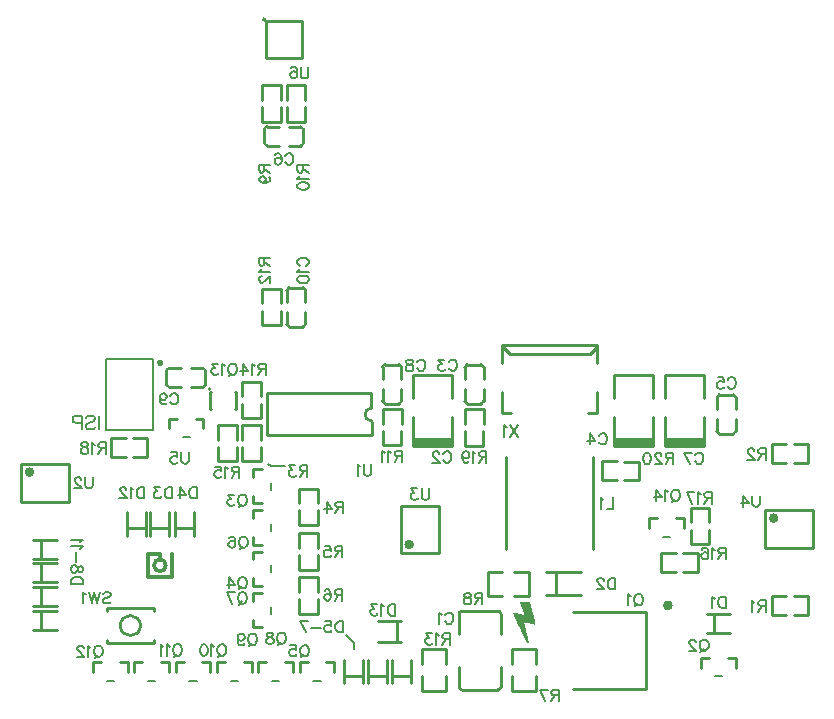
<source format=gbo>
G04 Layer: BottomSilkLayer*
G04 EasyEDA v6.4.5, 2020-08-30T10:48:13+03:00*
G04 413a31d708cc4da382682e4194c4ac02,19ad15c176e44a5d96a851d9d78d95a1,10*
G04 Gerber Generator version 0.2*
G04 Scale: 100 percent, Rotated: No, Reflected: No *
G04 Dimensions in millimeters *
G04 leading zeros omitted , absolute positions ,3 integer and 3 decimal *
%FSLAX33Y33*%
%MOMM*%
G90*
G71D02*

%ADD11C,0.200000*%
%ADD12C,0.250012*%
%ADD26C,0.299999*%
%ADD28C,0.399999*%
%ADD51C,0.254000*%
%ADD53C,0.203200*%
%ADD54C,0.127000*%
%ADD55C,0.151994*%
%ADD56C,0.152400*%

%LPD*%

%LPD*%
G36*
G01X44045Y9093D02*
G01X43948Y9094D01*
G01X43841Y9093D01*
G01X43755Y9093D01*
G01X43688Y9091D01*
G01X43636Y9089D01*
G01X43598Y9086D01*
G01X43571Y9082D01*
G01X43552Y9077D01*
G01X43540Y9070D01*
G01X43527Y9059D01*
G01X43516Y9046D01*
G01X43509Y9032D01*
G01X43506Y9019D01*
G01X43510Y9004D01*
G01X43521Y8970D01*
G01X43537Y8920D01*
G01X43559Y8856D01*
G01X43586Y8780D01*
G01X43617Y8695D01*
G01X43651Y8602D01*
G01X43723Y8404D01*
G01X43757Y8312D01*
G01X43787Y8229D01*
G01X43812Y8155D01*
G01X43833Y8094D01*
G01X43849Y8048D01*
G01X43858Y8017D01*
G01X43860Y8006D01*
G01X43850Y8006D01*
G01X43825Y8010D01*
G01X43787Y8018D01*
G01X43737Y8029D01*
G01X43678Y8043D01*
G01X43609Y8059D01*
G01X43535Y8077D01*
G01X43455Y8097D01*
G01X43374Y8117D01*
G01X43297Y8135D01*
G01X43226Y8152D01*
G01X43163Y8167D01*
G01X43108Y8179D01*
G01X43065Y8188D01*
G01X43034Y8194D01*
G01X43018Y8196D01*
G01X42983Y8189D01*
G01X42953Y8172D01*
G01X42931Y8148D01*
G01X42923Y8121D01*
G01X42925Y8115D01*
G01X42930Y8101D01*
G01X42940Y8079D01*
G01X42952Y8050D01*
G01X42968Y8014D01*
G01X42987Y7972D01*
G01X43009Y7923D01*
G01X43034Y7868D01*
G01X43062Y7807D01*
G01X43092Y7741D01*
G01X43124Y7671D01*
G01X43159Y7595D01*
G01X43196Y7515D01*
G01X43234Y7431D01*
G01X43275Y7344D01*
G01X43317Y7253D01*
G01X43360Y7159D01*
G01X43405Y7063D01*
G01X43451Y6964D01*
G01X43498Y6863D01*
G01X43550Y6751D01*
G01X43600Y6645D01*
G01X43647Y6545D01*
G01X43691Y6450D01*
G01X43733Y6362D01*
G01X43771Y6279D01*
G01X43808Y6202D01*
G01X43842Y6131D01*
G01X43874Y6064D01*
G01X43903Y6003D01*
G01X43930Y5947D01*
G01X43955Y5895D01*
G01X43978Y5849D01*
G01X43998Y5807D01*
G01X44017Y5769D01*
G01X44034Y5736D01*
G01X44049Y5707D01*
G01X44062Y5682D01*
G01X44074Y5661D01*
G01X44084Y5643D01*
G01X44092Y5630D01*
G01X44099Y5620D01*
G01X44105Y5613D01*
G01X44109Y5609D01*
G01X44145Y5597D01*
G01X44183Y5599D01*
G01X44216Y5613D01*
G01X44240Y5638D01*
G01X44241Y5645D01*
G01X44242Y5655D01*
G01X44241Y5670D01*
G01X44239Y5690D01*
G01X44235Y5715D01*
G01X44229Y5747D01*
G01X44221Y5785D01*
G01X44212Y5830D01*
G01X44200Y5882D01*
G01X44186Y5943D01*
G01X44170Y6012D01*
G01X44152Y6090D01*
G01X44131Y6178D01*
G01X44108Y6275D01*
G01X44081Y6383D01*
G01X44052Y6502D01*
G01X44032Y6587D01*
G01X44011Y6670D01*
G01X43992Y6751D01*
G01X43973Y6828D01*
G01X43955Y6902D01*
G01X43938Y6973D01*
G01X43921Y7039D01*
G01X43906Y7100D01*
G01X43893Y7156D01*
G01X43880Y7207D01*
G01X43869Y7251D01*
G01X43860Y7289D01*
G01X43853Y7321D01*
G01X43847Y7344D01*
G01X43841Y7368D01*
G01X43840Y7377D01*
G01X43847Y7383D01*
G01X43865Y7384D01*
G01X43898Y7379D01*
G01X43952Y7368D01*
G01X44030Y7350D01*
G01X44136Y7324D01*
G01X44276Y7290D01*
G01X44403Y7258D01*
G01X44504Y7234D01*
G01X44584Y7215D01*
G01X44644Y7203D01*
G01X44689Y7195D01*
G01X44720Y7192D01*
G01X44742Y7193D01*
G01X44756Y7197D01*
G01X44771Y7206D01*
G01X44785Y7218D01*
G01X44795Y7231D01*
G01X44801Y7245D01*
G01X44801Y7257D01*
G01X44798Y7281D01*
G01X44782Y7361D01*
G01X44770Y7416D01*
G01X44756Y7479D01*
G01X44740Y7549D01*
G01X44723Y7626D01*
G01X44703Y7708D01*
G01X44683Y7795D01*
G01X44661Y7886D01*
G01X44638Y7979D01*
G01X44615Y8074D01*
G01X44592Y8170D01*
G01X44568Y8266D01*
G01X44544Y8361D01*
G01X44521Y8454D01*
G01X44498Y8544D01*
G01X44476Y8630D01*
G01X44455Y8711D01*
G01X44435Y8786D01*
G01X44416Y8855D01*
G01X44400Y8916D01*
G01X44385Y8969D01*
G01X44372Y9012D01*
G01X44362Y9044D01*
G01X44354Y9066D01*
G01X44349Y9075D01*
G01X44338Y9079D01*
G01X44318Y9084D01*
G01X44288Y9087D01*
G01X44247Y9089D01*
G01X44193Y9091D01*
G01X44126Y9093D01*
G01X44045Y9093D01*
G37*

%LPD*%
G54D11*
G01X23619Y20610D02*
G01X22399Y20610D01*
G01X22189Y20819D01*
G01X29399Y5150D02*
G01X29399Y5650D01*
G01X28749Y6300D01*
G54D26*
G01X12999Y12700D02*
G01X12999Y13200D01*
G01X11999Y13200D01*
G01X11999Y11200D01*
G01X13999Y11200D01*
G01X13999Y13200D01*
G54D11*
G01X8400Y29700D02*
G01X12400Y29700D01*
G01X12400Y23700D01*
G01X8400Y23700D01*
G01X8400Y29700D01*
G54D12*
G01X17332Y26849D02*
G01X17249Y26849D01*
G01X17249Y26849D02*
G01X17249Y25449D01*
G01X17332Y25449D02*
G01X17249Y25449D01*
G01X19367Y26849D02*
G01X19449Y26849D01*
G01X19449Y26849D02*
G01X19449Y25449D01*
G01X19449Y25449D02*
G01X19367Y25449D01*
G54D51*
G01X8499Y5650D02*
G01X12499Y5650D01*
G01X8499Y8550D02*
G01X12499Y8550D01*
G01X8499Y5650D02*
G01X8499Y5868D01*
G01X8499Y8331D02*
G01X8499Y8550D01*
G01X12499Y5650D02*
G01X12499Y5868D01*
G01X12499Y8331D02*
G01X12499Y8550D01*
G01X59525Y13979D02*
G01X57925Y13979D01*
G01X57930Y15830D02*
G01X57930Y17080D01*
G01X59530Y15830D02*
G01X59530Y17080D01*
G01X57925Y15229D02*
G01X57925Y13979D01*
G01X59525Y15229D02*
G01X59525Y13979D01*
G01X59530Y17080D02*
G01X57930Y17080D01*
G01X55449Y11649D02*
G01X55449Y13250D01*
G01X57300Y13244D02*
G01X58550Y13244D01*
G01X57300Y11644D02*
G01X58550Y11644D01*
G01X56699Y13250D02*
G01X55449Y13250D01*
G01X56699Y11649D02*
G01X55449Y11649D01*
G01X58550Y11644D02*
G01X58550Y13244D01*
G01X21675Y35625D02*
G01X23275Y35625D01*
G01X23269Y33774D02*
G01X23269Y32524D01*
G01X21669Y33774D02*
G01X21669Y32524D01*
G01X23275Y34374D02*
G01X23275Y35625D01*
G01X21675Y34374D02*
G01X21675Y35625D01*
G01X21669Y32524D02*
G01X23269Y32524D01*
G01X21950Y58298D02*
G01X21950Y55198D01*
G01X25050Y55198D02*
G01X21951Y55198D01*
G01X25049Y58298D02*
G01X21950Y58298D01*
G01X25050Y55199D02*
G01X25050Y58298D01*
G01X14424Y24625D02*
G01X13764Y24625D01*
G01X14424Y24625D01*
G01X13764Y24625D01*
G01X13764Y23810D01*
G01X16684Y23810D02*
G01X16684Y24625D01*
G01X16024Y24625D01*
G54D11*
G01X15524Y23075D02*
G01X14924Y23075D01*
G54D51*
G01X42300Y21400D02*
G01X42300Y13600D01*
G01X49700Y21400D02*
G01X49700Y13600D01*
G01X19975Y24100D02*
G01X21575Y24100D01*
G01X21570Y22249D02*
G01X21570Y20999D01*
G01X19970Y22249D02*
G01X19970Y20999D01*
G01X21575Y22850D02*
G01X21575Y24100D01*
G01X19975Y22850D02*
G01X19975Y24100D01*
G01X19970Y20999D02*
G01X21570Y20999D01*
G01X24799Y18699D02*
G01X26399Y18699D01*
G01X26394Y16849D02*
G01X26394Y15599D01*
G01X24794Y16849D02*
G01X24794Y15599D01*
G01X26399Y17449D02*
G01X26399Y18699D01*
G01X24799Y17449D02*
G01X24799Y18699D01*
G01X24794Y15599D02*
G01X26394Y15599D01*
G01X24798Y14951D02*
G01X26398Y14951D01*
G01X26393Y13100D02*
G01X26393Y11850D01*
G01X24793Y13100D02*
G01X24793Y11850D01*
G01X26398Y13701D02*
G01X26398Y14951D01*
G01X24798Y13701D02*
G01X24798Y14951D01*
G01X24793Y11850D02*
G01X26393Y11850D01*
G01X24798Y11199D02*
G01X26398Y11199D01*
G01X26393Y9348D02*
G01X26393Y8098D01*
G01X24793Y9348D02*
G01X24793Y8098D01*
G01X26398Y9949D02*
G01X26398Y11199D01*
G01X24798Y9949D02*
G01X24798Y11199D01*
G01X24793Y8098D02*
G01X26393Y8098D01*
G01X44818Y2850D02*
G01X44818Y1600D01*
G01X42779Y2850D02*
G01X42779Y1600D01*
G01X44818Y3850D02*
G01X44818Y5100D01*
G01X42779Y3850D02*
G01X42779Y5100D01*
G01X44818Y1600D02*
G01X42779Y1600D01*
G01X44818Y5100D02*
G01X42779Y5100D01*
G01X43001Y11660D02*
G01X44251Y11660D01*
G01X43001Y9620D02*
G01X44251Y9620D01*
G01X42001Y11660D02*
G01X40751Y11660D01*
G01X42001Y9620D02*
G01X40751Y9620D01*
G01X44251Y11660D02*
G01X44251Y9620D01*
G01X40751Y11660D02*
G01X40751Y9620D01*
G01X21674Y52875D02*
G01X23274Y52875D01*
G01X23269Y51025D02*
G01X23269Y49775D01*
G01X21669Y51025D02*
G01X21669Y49775D01*
G01X23274Y51625D02*
G01X23274Y52875D01*
G01X21674Y51625D02*
G01X21674Y52875D01*
G01X21669Y49775D02*
G01X23269Y49775D01*
G01X23724Y52875D02*
G01X25324Y52875D01*
G01X25319Y51025D02*
G01X25319Y49775D01*
G01X23719Y51025D02*
G01X23719Y49775D01*
G01X25324Y51625D02*
G01X25324Y52875D01*
G01X23724Y51625D02*
G01X23724Y52875D01*
G01X23719Y49775D02*
G01X25319Y49775D01*
G01X19924Y27750D02*
G01X21524Y27750D01*
G01X21519Y25899D02*
G01X21519Y24649D01*
G01X19919Y25899D02*
G01X19919Y24649D01*
G01X21524Y26500D02*
G01X21524Y27750D01*
G01X19924Y26500D02*
G01X19924Y27750D01*
G01X19919Y24649D02*
G01X21519Y24649D01*
G01X19500Y21000D02*
G01X17900Y21000D01*
G01X17905Y22850D02*
G01X17905Y24100D01*
G01X19505Y22850D02*
G01X19505Y24100D01*
G01X17900Y22250D02*
G01X17900Y21000D01*
G01X19500Y22250D02*
G01X19500Y21000D01*
G01X19505Y24100D02*
G01X17905Y24100D01*
G01X67900Y22451D02*
G01X67900Y20850D01*
G01X66049Y20856D02*
G01X64799Y20856D01*
G01X66049Y22456D02*
G01X64799Y22456D01*
G01X66650Y20850D02*
G01X67900Y20850D01*
G01X66650Y22451D02*
G01X67900Y22451D01*
G01X64799Y22456D02*
G01X64799Y20856D01*
G01X67900Y9601D02*
G01X67900Y8001D01*
G01X66049Y8006D02*
G01X64799Y8006D01*
G01X66049Y9606D02*
G01X64799Y9606D01*
G01X66650Y8001D02*
G01X67900Y8001D01*
G01X66650Y9601D02*
G01X67900Y9601D01*
G01X64799Y9606D02*
G01X64799Y8006D01*
G01X35179Y3850D02*
G01X35179Y5100D01*
G01X37219Y3850D02*
G01X37219Y5100D01*
G01X35179Y2850D02*
G01X35179Y1600D01*
G01X37219Y2850D02*
G01X37219Y1600D01*
G01X35179Y5100D02*
G01X37219Y5100D01*
G01X35179Y1600D02*
G01X37219Y1600D01*
G01X33249Y29199D02*
G01X32049Y29199D01*
G01X33449Y27150D02*
G01X33449Y26149D01*
G01X31849Y27150D02*
G01X31849Y26149D01*
G01X33449Y27950D02*
G01X33449Y28949D01*
G01X31849Y27950D02*
G01X31849Y28949D01*
G01X33249Y25899D02*
G01X32049Y25899D01*
G01X33449Y26099D02*
G01X33449Y26149D01*
G01X31849Y26099D02*
G01X31849Y26149D01*
G01X33449Y28999D02*
G01X33449Y28949D01*
G01X31849Y28999D02*
G01X31849Y28949D01*
G01X33449Y7500D02*
G01X31449Y7500D01*
G01X33449Y5700D02*
G01X31449Y5700D01*
G01X33087Y7500D02*
G01X33087Y5700D01*
G01X55799Y24804D02*
G01X55799Y22877D01*
G01X59099Y22877D01*
G01X59099Y22343D01*
G01X55799Y22343D01*
G01X55799Y22877D01*
G01X59099Y26404D02*
G01X59099Y28331D01*
G01X55799Y28331D01*
G01X55799Y26404D01*
G01X59099Y24804D02*
G01X59099Y22877D01*
G01X33449Y22350D02*
G01X31849Y22350D01*
G01X31855Y24200D02*
G01X31855Y25450D01*
G01X33455Y24200D02*
G01X33455Y25450D01*
G01X31849Y23600D02*
G01X31849Y22350D01*
G01X33449Y23600D02*
G01X33449Y22350D01*
G01X33455Y25450D02*
G01X31855Y25450D01*
G01X30899Y25508D02*
G01X30899Y26778D01*
G01X22100Y26778D01*
G01X22100Y26778D02*
G01X22100Y23247D01*
G01X22100Y23247D02*
G01X30944Y23247D01*
G01X30944Y24365D01*
G01X54193Y1723D02*
G01X54193Y8276D01*
G01X47995Y1723D02*
G01X54193Y1723D01*
G01X54193Y8276D02*
G01X47995Y8276D01*
G01X13799Y14725D02*
G01X13799Y16725D01*
G01X12199Y14725D02*
G01X12199Y16725D01*
G01X13799Y15373D02*
G01X12199Y15373D01*
G01X15849Y14725D02*
G01X15849Y16725D01*
G01X14249Y14725D02*
G01X14249Y16725D01*
G01X15849Y15373D02*
G01X14249Y15373D01*
G01X34220Y2199D02*
G01X34220Y4199D01*
G01X32620Y2199D02*
G01X32620Y4199D01*
G01X34220Y2848D02*
G01X32620Y2848D01*
G01X32210Y2199D02*
G01X32210Y4199D01*
G01X30610Y2199D02*
G01X30610Y4199D01*
G01X32210Y2848D02*
G01X30610Y2848D01*
G01X30200Y2199D02*
G01X30200Y4199D01*
G01X28600Y2199D02*
G01X28600Y4199D01*
G01X30200Y2848D02*
G01X28600Y2848D01*
G01X2280Y6760D02*
G01X4280Y6760D01*
G01X2280Y8360D02*
G01X4280Y8360D01*
G01X2928Y6760D02*
G01X2928Y8360D01*
G01X2280Y8760D02*
G01X4280Y8760D01*
G01X2280Y10360D02*
G01X4280Y10360D01*
G01X2928Y8760D02*
G01X2928Y10360D01*
G01X2280Y10760D02*
G01X4280Y10760D01*
G01X2280Y12360D02*
G01X4280Y12360D01*
G01X2928Y10760D02*
G01X2928Y12360D01*
G01X2280Y12760D02*
G01X4280Y12760D01*
G01X2280Y14360D02*
G01X4280Y14360D01*
G01X2928Y12760D02*
G01X2928Y14360D01*
G01X11799Y14725D02*
G01X11799Y16725D01*
G01X10199Y14725D02*
G01X10199Y16725D01*
G01X11799Y15373D02*
G01X10199Y15373D01*
G01X42030Y30827D02*
G01X42030Y30727D01*
G01X42620Y30137D01*
G01X49979Y30847D02*
G01X49979Y30727D01*
G01X49389Y30137D01*
G01X49389Y30137D02*
G01X42620Y30137D01*
G01X50000Y30847D02*
G01X42000Y30847D01*
G01X42000Y25087D02*
G01X42762Y25087D01*
G01X49258Y25087D02*
G01X50000Y25087D01*
G01X50000Y25087D02*
G01X50000Y26872D01*
G01X50000Y29342D02*
G01X50000Y30819D01*
G01X42000Y25087D02*
G01X42000Y26872D01*
G01X42000Y29342D02*
G01X42000Y30827D01*
G01X51449Y24804D02*
G01X51449Y22877D01*
G01X54749Y22877D01*
G01X54749Y22343D01*
G01X51449Y22343D01*
G01X51449Y22877D01*
G01X54749Y26404D02*
G01X54749Y28331D01*
G01X51449Y28331D01*
G01X51449Y26404D01*
G01X54749Y24804D02*
G01X54749Y22877D01*
G01X59499Y4350D02*
G01X58839Y4350D01*
G01X59499Y4350D01*
G01X58839Y4350D01*
G01X58839Y3534D01*
G01X61759Y3534D02*
G01X61759Y4350D01*
G01X61099Y4350D01*
G54D11*
G01X60599Y2800D02*
G01X59999Y2800D01*
G54D51*
G01X41600Y8319D02*
G01X38600Y8319D01*
G01X41600Y1679D02*
G01X38600Y1679D01*
G01X38320Y6400D02*
G01X38320Y8099D01*
G01X41880Y6400D02*
G01X41880Y8099D01*
G01X38320Y3600D02*
G01X38320Y1899D01*
G01X41880Y3599D02*
G01X41880Y1899D01*
G01X41660Y8319D02*
G01X41600Y8319D01*
G01X38540Y8319D02*
G01X38600Y8319D01*
G01X41659Y1679D02*
G01X41600Y1679D01*
G01X38540Y1679D02*
G01X38726Y1679D01*
G01X60349Y23349D02*
G01X61549Y23349D01*
G01X60149Y25399D02*
G01X60149Y26399D01*
G01X61749Y25399D02*
G01X61749Y26399D01*
G01X60149Y24599D02*
G01X60149Y23600D01*
G01X61749Y24599D02*
G01X61749Y23600D01*
G01X60349Y26650D02*
G01X61549Y26650D01*
G01X60149Y26450D02*
G01X60149Y26399D01*
G01X61749Y26449D02*
G01X61749Y26399D01*
G01X60149Y23549D02*
G01X60149Y23600D01*
G01X61749Y23550D02*
G01X61749Y23600D01*
G01X1270Y20800D02*
G01X5269Y20800D01*
G01X5269Y17600D01*
G01X1270Y17600D01*
G01X1270Y20800D01*
G01X33399Y13269D02*
G01X33399Y17269D01*
G01X36599Y17269D01*
G01X36599Y13269D01*
G01X33399Y13269D01*
G01X64270Y16900D02*
G01X68270Y16900D01*
G01X68270Y13700D01*
G01X64270Y13700D01*
G01X64270Y16900D01*
G01X59299Y6500D02*
G01X61299Y6500D01*
G01X59299Y8100D02*
G01X61299Y8100D01*
G01X59948Y6500D02*
G01X59948Y8100D01*
G01X21665Y20360D02*
G01X20849Y20360D01*
G01X20849Y19700D01*
G01X20849Y18099D02*
G01X20849Y17440D01*
G01X20849Y18099D01*
G01X20849Y17440D01*
G01X21665Y17440D01*
G54D11*
G01X22399Y19199D02*
G01X22399Y18600D01*
G54D51*
G01X21665Y13359D02*
G01X20849Y13359D01*
G01X20849Y12700D01*
G01X20849Y11099D02*
G01X20849Y10440D01*
G01X20849Y11099D01*
G01X20849Y10440D01*
G01X21665Y10440D01*
G54D11*
G01X22399Y12199D02*
G01X22399Y11600D01*
G54D51*
G01X27759Y3184D02*
G01X27759Y4000D01*
G01X27100Y4000D01*
G01X25499Y4000D02*
G01X24839Y4000D01*
G01X25499Y4000D01*
G01X24839Y4000D01*
G01X24839Y3184D01*
G54D11*
G01X26599Y2450D02*
G01X25999Y2450D01*
G54D51*
G01X21665Y16859D02*
G01X20849Y16859D01*
G01X20849Y16200D01*
G01X20849Y14599D02*
G01X20849Y13940D01*
G01X20849Y14599D01*
G01X20849Y13940D01*
G01X21665Y13940D01*
G54D11*
G01X22399Y15699D02*
G01X22399Y15100D01*
G54D51*
G01X21665Y9860D02*
G01X20849Y9860D01*
G01X20849Y9200D01*
G01X20849Y7599D02*
G01X20849Y6940D01*
G01X20849Y7599D01*
G01X20849Y6940D01*
G01X21665Y6940D01*
G54D11*
G01X22399Y8699D02*
G01X22399Y8100D01*
G54D51*
G01X24259Y3184D02*
G01X24259Y4000D01*
G01X23600Y4000D01*
G01X21999Y4000D02*
G01X21339Y4000D01*
G01X21999Y4000D01*
G01X21339Y4000D01*
G01X21339Y3184D01*
G54D11*
G01X23099Y2450D02*
G01X22500Y2450D01*
G54D51*
G01X20758Y3184D02*
G01X20758Y4000D01*
G01X20099Y4000D01*
G01X18498Y4000D02*
G01X17839Y4000D01*
G01X18498Y4000D01*
G01X17839Y4000D01*
G01X17839Y3184D01*
G54D11*
G01X19598Y2450D02*
G01X18999Y2450D01*
G54D51*
G01X17259Y3184D02*
G01X17259Y4000D01*
G01X16600Y4000D01*
G01X14999Y4000D02*
G01X14340Y4000D01*
G01X14999Y4000D01*
G01X14340Y4000D01*
G01X14340Y3184D01*
G54D11*
G01X16099Y2450D02*
G01X15500Y2450D01*
G54D51*
G01X13759Y3184D02*
G01X13759Y4000D01*
G01X13100Y4000D01*
G01X11499Y4000D02*
G01X10839Y4000D01*
G01X11499Y4000D01*
G01X10839Y4000D01*
G01X10839Y3184D01*
G54D11*
G01X12599Y2450D02*
G01X12000Y2450D01*
G54D51*
G01X10259Y3184D02*
G01X10259Y4000D01*
G01X9600Y4000D01*
G01X7999Y4000D02*
G01X7339Y4000D01*
G01X7999Y4000D01*
G01X7339Y4000D01*
G01X7339Y3184D01*
G54D11*
G01X9099Y2450D02*
G01X8500Y2450D01*
G54D51*
G01X34449Y24804D02*
G01X34449Y22877D01*
G01X37749Y22877D01*
G01X37749Y22343D01*
G01X34449Y22343D01*
G01X34449Y22877D01*
G01X37749Y26404D02*
G01X37749Y28331D01*
G01X34449Y28331D01*
G01X34449Y26404D01*
G01X37749Y24804D02*
G01X37749Y22877D01*
G01X38999Y25899D02*
G01X40199Y25899D01*
G01X38799Y27949D02*
G01X38799Y28949D01*
G01X40399Y27949D02*
G01X40399Y28949D01*
G01X38799Y27149D02*
G01X38799Y26149D01*
G01X40399Y27149D02*
G01X40399Y26149D01*
G01X38999Y29199D02*
G01X40199Y29199D01*
G01X38799Y28999D02*
G01X38799Y28949D01*
G01X40399Y28999D02*
G01X40399Y28949D01*
G01X38799Y26099D02*
G01X38799Y26149D01*
G01X40399Y26099D02*
G01X40399Y26149D01*
G01X21849Y49149D02*
G01X21849Y47949D01*
G01X23899Y49349D02*
G01X24899Y49349D01*
G01X23899Y47749D02*
G01X24899Y47749D01*
G01X23099Y49349D02*
G01X22099Y49349D01*
G01X23099Y47749D02*
G01X22099Y47749D01*
G01X25149Y49149D02*
G01X25149Y47949D01*
G01X24949Y49349D02*
G01X24899Y49349D01*
G01X24949Y47749D02*
G01X24899Y47749D01*
G01X22049Y49349D02*
G01X22099Y49349D01*
G01X22049Y47749D02*
G01X22099Y47749D01*
G01X16849Y27499D02*
G01X16849Y28699D01*
G01X14799Y27299D02*
G01X13799Y27299D01*
G01X14799Y28900D02*
G01X13799Y28900D01*
G01X15600Y27299D02*
G01X16599Y27299D01*
G01X15600Y28900D02*
G01X16599Y28900D01*
G01X13549Y27499D02*
G01X13549Y28699D01*
G01X13749Y27299D02*
G01X13799Y27299D01*
G01X13749Y28900D02*
G01X13799Y28900D01*
G01X16649Y27299D02*
G01X16599Y27299D01*
G01X16649Y28900D02*
G01X16599Y28900D01*
G54D54*
G01X19449Y26849D02*
G01X19449Y25449D01*
G01X17249Y26849D02*
G01X17249Y25449D01*
G01X17249Y25449D02*
G01X17332Y25449D01*
G01X19367Y25449D02*
G01X19449Y25449D01*
G01X17249Y26849D02*
G01X17332Y26849D01*
G01X19367Y26849D02*
G01X19449Y26849D01*
G54D51*
G01X46528Y9650D02*
G01X46528Y11650D01*
G01X45678Y11650D02*
G01X48678Y11650D01*
G01X48678Y9650D02*
G01X45678Y9650D01*
G01X57349Y15354D02*
G01X57349Y16170D01*
G01X56689Y16170D01*
G01X55089Y16170D02*
G01X54429Y16170D01*
G01X55089Y16170D01*
G01X54429Y16170D01*
G01X54429Y15354D01*
G54D11*
G01X56189Y14620D02*
G01X55589Y14620D01*
G54D51*
G01X25125Y35710D02*
G01X23925Y35710D01*
G01X25325Y33660D02*
G01X25325Y32660D01*
G01X23725Y33660D02*
G01X23725Y32660D01*
G01X25325Y34460D02*
G01X25325Y35460D01*
G01X23725Y34460D02*
G01X23725Y35460D01*
G01X25125Y32410D02*
G01X23925Y32410D01*
G01X25325Y32610D02*
G01X25325Y32660D01*
G01X23725Y32610D02*
G01X23725Y32660D01*
G01X25325Y35510D02*
G01X25325Y35460D01*
G01X23725Y35510D02*
G01X23725Y35460D01*
G01X11949Y22950D02*
G01X11949Y21349D01*
G01X10099Y21355D02*
G01X8849Y21355D01*
G01X10099Y22955D02*
G01X8849Y22955D01*
G01X10699Y21349D02*
G01X11949Y21349D01*
G01X10699Y22950D02*
G01X11949Y22950D01*
G01X8849Y22955D02*
G01X8849Y21355D01*
G01X38799Y25449D02*
G01X40399Y25449D01*
G01X40394Y23599D02*
G01X40394Y22349D01*
G01X38794Y23599D02*
G01X38794Y22349D01*
G01X40399Y24199D02*
G01X40399Y25449D01*
G01X38799Y24199D02*
G01X38799Y25449D01*
G01X38794Y22349D02*
G01X40394Y22349D01*
G01X50449Y19399D02*
G01X50449Y21000D01*
G01X52300Y20994D02*
G01X53550Y20994D01*
G01X52300Y19394D02*
G01X53550Y19394D01*
G01X51699Y21000D02*
G01X50449Y21000D01*
G01X51699Y19399D02*
G01X50449Y19399D01*
G01X53550Y19394D02*
G01X53550Y20994D01*
G54D53*
G01X7850Y24860D02*
G01X7850Y23715D01*
G01X6726Y24697D02*
G01X6835Y24806D01*
G01X6999Y24860D01*
G01X7217Y24860D01*
G01X7380Y24806D01*
G01X7490Y24697D01*
G01X7490Y24588D01*
G01X7435Y24479D01*
G01X7380Y24424D01*
G01X7271Y24370D01*
G01X6944Y24260D01*
G01X6835Y24206D01*
G01X6780Y24151D01*
G01X6726Y24042D01*
G01X6726Y23879D01*
G01X6835Y23770D01*
G01X6999Y23715D01*
G01X7217Y23715D01*
G01X7380Y23770D01*
G01X7490Y23879D01*
G01X6366Y24860D02*
G01X6366Y23715D01*
G01X6366Y24860D02*
G01X5875Y24860D01*
G01X5711Y24806D01*
G01X5657Y24751D01*
G01X5602Y24642D01*
G01X5602Y24479D01*
G01X5657Y24370D01*
G01X5711Y24315D01*
G01X5875Y24260D01*
G01X6366Y24260D01*
G54D55*
G01X28499Y7484D02*
G01X28499Y6529D01*
G01X28499Y7484D02*
G01X28181Y7484D01*
G01X28045Y7438D01*
G01X27954Y7347D01*
G01X27909Y7256D01*
G01X27863Y7120D01*
G01X27863Y6893D01*
G01X27909Y6756D01*
G01X27954Y6665D01*
G01X28045Y6575D01*
G01X28181Y6529D01*
G01X28499Y6529D01*
G01X27018Y7484D02*
G01X27472Y7484D01*
G01X27518Y7075D01*
G01X27472Y7120D01*
G01X27336Y7165D01*
G01X27199Y7165D01*
G01X27063Y7120D01*
G01X26972Y7029D01*
G01X26927Y6893D01*
G01X26927Y6802D01*
G01X26972Y6665D01*
G01X27063Y6575D01*
G01X27199Y6529D01*
G01X27336Y6529D01*
G01X27472Y6575D01*
G01X27518Y6620D01*
G01X27563Y6711D01*
G01X26627Y6938D02*
G01X25809Y6938D01*
G01X24872Y7484D02*
G01X25327Y6529D01*
G01X25509Y7484D02*
G01X24872Y7484D01*
G01X6448Y10620D02*
G01X5494Y10620D01*
G01X6448Y10620D02*
G01X6448Y10938D01*
G01X6403Y11074D01*
G01X6312Y11165D01*
G01X6221Y11211D01*
G01X6085Y11256D01*
G01X5858Y11256D01*
G01X5721Y11211D01*
G01X5630Y11165D01*
G01X5539Y11074D01*
G01X5494Y10938D01*
G01X5494Y10620D01*
G01X6448Y11783D02*
G01X6403Y11647D01*
G01X6312Y11601D01*
G01X6221Y11601D01*
G01X6130Y11647D01*
G01X6085Y11738D01*
G01X6039Y11920D01*
G01X5994Y12056D01*
G01X5903Y12147D01*
G01X5812Y12192D01*
G01X5676Y12192D01*
G01X5585Y12147D01*
G01X5539Y12101D01*
G01X5494Y11965D01*
G01X5494Y11783D01*
G01X5539Y11647D01*
G01X5585Y11601D01*
G01X5676Y11556D01*
G01X5812Y11556D01*
G01X5903Y11601D01*
G01X5994Y11692D01*
G01X6039Y11829D01*
G01X6085Y12011D01*
G01X6130Y12101D01*
G01X6221Y12147D01*
G01X6312Y12147D01*
G01X6403Y12101D01*
G01X6448Y11965D01*
G01X6448Y11783D01*
G01X5903Y12492D02*
G01X5903Y13311D01*
G01X6267Y13611D02*
G01X6312Y13701D01*
G01X6448Y13838D01*
G01X5494Y13838D01*
G01X6267Y14138D02*
G01X6312Y14229D01*
G01X6448Y14365D01*
G01X5494Y14365D01*
G54D56*
G01X8213Y9812D02*
G01X8304Y9903D01*
G01X8440Y9949D01*
G01X8622Y9949D01*
G01X8759Y9903D01*
G01X8849Y9812D01*
G01X8849Y9722D01*
G01X8804Y9631D01*
G01X8759Y9585D01*
G01X8668Y9540D01*
G01X8395Y9449D01*
G01X8304Y9403D01*
G01X8259Y9358D01*
G01X8213Y9267D01*
G01X8213Y9131D01*
G01X8304Y9040D01*
G01X8440Y8994D01*
G01X8622Y8994D01*
G01X8759Y9040D01*
G01X8849Y9131D01*
G01X7913Y9949D02*
G01X7686Y8994D01*
G01X7459Y9949D02*
G01X7686Y8994D01*
G01X7459Y9949D02*
G01X7231Y8994D01*
G01X7004Y9949D02*
G01X7231Y8994D01*
G01X6704Y9767D02*
G01X6613Y9812D01*
G01X6477Y9949D01*
G01X6477Y8994D01*
G01X59719Y18389D02*
G01X59719Y17434D01*
G01X59719Y18389D02*
G01X59310Y18389D01*
G01X59174Y18343D01*
G01X59128Y18298D01*
G01X59083Y18207D01*
G01X59083Y18116D01*
G01X59128Y18025D01*
G01X59174Y17980D01*
G01X59310Y17934D01*
G01X59719Y17934D01*
G01X59401Y17934D02*
G01X59083Y17434D01*
G01X58783Y18207D02*
G01X58692Y18252D01*
G01X58556Y18389D01*
G01X58556Y17434D01*
G01X57619Y18389D02*
G01X58074Y17434D01*
G01X58256Y18389D02*
G01X57619Y18389D01*
G01X60899Y13678D02*
G01X60899Y12723D01*
G01X60899Y13678D02*
G01X60490Y13678D01*
G01X60353Y13632D01*
G01X60310Y13587D01*
G01X60264Y13498D01*
G01X60264Y13406D01*
G01X60310Y13315D01*
G01X60353Y13269D01*
G01X60490Y13223D01*
G01X60899Y13223D01*
G01X60582Y13223D02*
G01X60264Y12723D01*
G01X59964Y13498D02*
G01X59873Y13541D01*
G01X59736Y13678D01*
G01X59736Y12723D01*
G01X58890Y13541D02*
G01X58936Y13632D01*
G01X59073Y13678D01*
G01X59164Y13678D01*
G01X59299Y13632D01*
G01X59390Y13498D01*
G01X59436Y13269D01*
G01X59436Y13043D01*
G01X59390Y12860D01*
G01X59299Y12769D01*
G01X59164Y12723D01*
G01X59119Y12723D01*
G01X58981Y12769D01*
G01X58890Y12860D01*
G01X58844Y12997D01*
G01X58844Y13043D01*
G01X58890Y13178D01*
G01X58981Y13269D01*
G01X59119Y13315D01*
G01X59164Y13315D01*
G01X59299Y13269D01*
G01X59390Y13178D01*
G01X59436Y13043D01*
G01X21390Y38199D02*
G01X22345Y38199D01*
G01X21390Y38199D02*
G01X21390Y37790D01*
G01X21436Y37654D01*
G01X21481Y37609D01*
G01X21572Y37563D01*
G01X21663Y37563D01*
G01X21754Y37609D01*
G01X21799Y37654D01*
G01X21845Y37790D01*
G01X21845Y38199D01*
G01X21845Y37881D02*
G01X22345Y37563D01*
G01X21572Y37263D02*
G01X21527Y37172D01*
G01X21390Y37036D01*
G01X22345Y37036D01*
G01X21618Y36690D02*
G01X21572Y36690D01*
G01X21481Y36645D01*
G01X21436Y36599D01*
G01X21390Y36509D01*
G01X21390Y36327D01*
G01X21436Y36236D01*
G01X21481Y36190D01*
G01X21572Y36145D01*
G01X21663Y36145D01*
G01X21754Y36190D01*
G01X21890Y36281D01*
G01X22345Y36736D01*
G01X22345Y36099D01*
G01X25549Y54409D02*
G01X25549Y53727D01*
G01X25504Y53590D01*
G01X25413Y53499D01*
G01X25277Y53454D01*
G01X25186Y53454D01*
G01X25049Y53499D01*
G01X24959Y53590D01*
G01X24913Y53727D01*
G01X24913Y54409D01*
G01X24068Y54272D02*
G01X24113Y54363D01*
G01X24249Y54409D01*
G01X24340Y54409D01*
G01X24477Y54363D01*
G01X24568Y54227D01*
G01X24613Y53999D01*
G01X24613Y53772D01*
G01X24568Y53590D01*
G01X24477Y53499D01*
G01X24340Y53454D01*
G01X24295Y53454D01*
G01X24159Y53499D01*
G01X24068Y53590D01*
G01X24022Y53727D01*
G01X24022Y53772D01*
G01X24068Y53909D01*
G01X24159Y53999D01*
G01X24295Y54045D01*
G01X24340Y54045D01*
G01X24477Y53999D01*
G01X24568Y53909D01*
G01X24613Y53772D01*
G01X15449Y21759D02*
G01X15449Y21077D01*
G01X15404Y20940D01*
G01X15313Y20849D01*
G01X15177Y20804D01*
G01X15086Y20804D01*
G01X14949Y20849D01*
G01X14859Y20940D01*
G01X14813Y21077D01*
G01X14813Y21759D01*
G01X13968Y21759D02*
G01X14422Y21759D01*
G01X14468Y21349D01*
G01X14422Y21395D01*
G01X14286Y21440D01*
G01X14149Y21440D01*
G01X14013Y21395D01*
G01X13922Y21304D01*
G01X13877Y21168D01*
G01X13877Y21077D01*
G01X13922Y20940D01*
G01X14013Y20849D01*
G01X14149Y20804D01*
G01X14286Y20804D01*
G01X14422Y20849D01*
G01X14468Y20895D01*
G01X14513Y20986D01*
G01X51399Y17959D02*
G01X51399Y17004D01*
G01X51399Y17004D02*
G01X50854Y17004D01*
G01X50554Y17777D02*
G01X50463Y17822D01*
G01X50327Y17959D01*
G01X50327Y17004D01*
G01X25479Y20659D02*
G01X25479Y19704D01*
G01X25479Y20659D02*
G01X25070Y20659D01*
G01X24934Y20613D01*
G01X24889Y20568D01*
G01X24843Y20477D01*
G01X24843Y20386D01*
G01X24889Y20295D01*
G01X24934Y20249D01*
G01X25070Y20204D01*
G01X25479Y20204D01*
G01X25161Y20204D02*
G01X24843Y19704D01*
G01X24452Y20659D02*
G01X23952Y20659D01*
G01X24225Y20295D01*
G01X24089Y20295D01*
G01X23998Y20249D01*
G01X23952Y20204D01*
G01X23907Y20068D01*
G01X23907Y19977D01*
G01X23952Y19840D01*
G01X24043Y19749D01*
G01X24179Y19704D01*
G01X24316Y19704D01*
G01X24452Y19749D01*
G01X24498Y19795D01*
G01X24543Y19886D01*
G01X28499Y17584D02*
G01X28499Y16629D01*
G01X28499Y17584D02*
G01X28090Y17584D01*
G01X27953Y17538D01*
G01X27908Y17493D01*
G01X27863Y17402D01*
G01X27863Y17311D01*
G01X27908Y17220D01*
G01X27953Y17174D01*
G01X28090Y17129D01*
G01X28499Y17129D01*
G01X28181Y17129D02*
G01X27863Y16629D01*
G01X27108Y17584D02*
G01X27563Y16947D01*
G01X26881Y16947D01*
G01X27108Y17584D02*
G01X27108Y16629D01*
G01X28450Y13834D02*
G01X28450Y12879D01*
G01X28450Y13834D02*
G01X28040Y13834D01*
G01X27904Y13788D01*
G01X27859Y13743D01*
G01X27813Y13652D01*
G01X27813Y13561D01*
G01X27859Y13470D01*
G01X27904Y13425D01*
G01X28040Y13379D01*
G01X28450Y13379D01*
G01X28131Y13379D02*
G01X27813Y12879D01*
G01X26968Y13834D02*
G01X27422Y13834D01*
G01X27468Y13425D01*
G01X27422Y13470D01*
G01X27286Y13515D01*
G01X27150Y13515D01*
G01X27013Y13470D01*
G01X26922Y13379D01*
G01X26877Y13243D01*
G01X26877Y13152D01*
G01X26922Y13015D01*
G01X27013Y12925D01*
G01X27150Y12879D01*
G01X27286Y12879D01*
G01X27422Y12925D01*
G01X27468Y12970D01*
G01X27513Y13061D01*
G01X28424Y10159D02*
G01X28424Y9204D01*
G01X28424Y10159D02*
G01X28015Y10159D01*
G01X27879Y10113D01*
G01X27833Y10068D01*
G01X27788Y9977D01*
G01X27788Y9886D01*
G01X27833Y9795D01*
G01X27879Y9750D01*
G01X28015Y9704D01*
G01X28424Y9704D01*
G01X28106Y9704D02*
G01X27788Y9204D01*
G01X26943Y10022D02*
G01X26988Y10113D01*
G01X27124Y10159D01*
G01X27215Y10159D01*
G01X27352Y10113D01*
G01X27443Y9977D01*
G01X27488Y9750D01*
G01X27488Y9522D01*
G01X27443Y9341D01*
G01X27352Y9250D01*
G01X27215Y9204D01*
G01X27170Y9204D01*
G01X27033Y9250D01*
G01X26943Y9341D01*
G01X26897Y9477D01*
G01X26897Y9522D01*
G01X26943Y9659D01*
G01X27033Y9750D01*
G01X27170Y9795D01*
G01X27215Y9795D01*
G01X27352Y9750D01*
G01X27443Y9659D01*
G01X27488Y9522D01*
G01X46759Y1674D02*
G01X46759Y719D01*
G01X46759Y1674D02*
G01X46350Y1674D01*
G01X46214Y1628D01*
G01X46168Y1583D01*
G01X46123Y1492D01*
G01X46123Y1401D01*
G01X46168Y1310D01*
G01X46214Y1265D01*
G01X46350Y1219D01*
G01X46759Y1219D01*
G01X46441Y1219D02*
G01X46123Y719D01*
G01X45187Y1674D02*
G01X45641Y719D01*
G01X45823Y1674D02*
G01X45187Y1674D01*
G01X40299Y9859D02*
G01X40299Y8904D01*
G01X40299Y9859D02*
G01X39890Y9859D01*
G01X39754Y9813D01*
G01X39708Y9768D01*
G01X39663Y9677D01*
G01X39663Y9586D01*
G01X39708Y9495D01*
G01X39754Y9449D01*
G01X39890Y9404D01*
G01X40299Y9404D01*
G01X39981Y9404D02*
G01X39663Y8904D01*
G01X39136Y9859D02*
G01X39272Y9813D01*
G01X39318Y9722D01*
G01X39318Y9631D01*
G01X39272Y9540D01*
G01X39181Y9495D01*
G01X38999Y9449D01*
G01X38863Y9404D01*
G01X38772Y9313D01*
G01X38727Y9222D01*
G01X38727Y9086D01*
G01X38772Y8995D01*
G01X38818Y8949D01*
G01X38954Y8904D01*
G01X39136Y8904D01*
G01X39272Y8949D01*
G01X39318Y8995D01*
G01X39363Y9086D01*
G01X39363Y9222D01*
G01X39318Y9313D01*
G01X39227Y9404D01*
G01X39090Y9449D01*
G01X38908Y9495D01*
G01X38818Y9540D01*
G01X38772Y9631D01*
G01X38772Y9722D01*
G01X38818Y9813D01*
G01X38954Y9859D01*
G01X39136Y9859D01*
G01X21390Y46100D02*
G01X22345Y46100D01*
G01X21390Y46100D02*
G01X21390Y45690D01*
G01X21436Y45554D01*
G01X21481Y45509D01*
G01X21572Y45463D01*
G01X21663Y45463D01*
G01X21754Y45509D01*
G01X21799Y45554D01*
G01X21845Y45690D01*
G01X21845Y46100D01*
G01X21845Y45781D02*
G01X22345Y45463D01*
G01X21708Y44572D02*
G01X21845Y44618D01*
G01X21936Y44709D01*
G01X21981Y44845D01*
G01X21981Y44890D01*
G01X21936Y45027D01*
G01X21845Y45118D01*
G01X21708Y45163D01*
G01X21663Y45163D01*
G01X21527Y45118D01*
G01X21436Y45027D01*
G01X21390Y44890D01*
G01X21390Y44845D01*
G01X21436Y44709D01*
G01X21527Y44618D01*
G01X21708Y44572D01*
G01X21936Y44572D01*
G01X22163Y44618D01*
G01X22299Y44709D01*
G01X22345Y44845D01*
G01X22345Y44936D01*
G01X22299Y45072D01*
G01X22208Y45118D01*
G01X24640Y46099D02*
G01X25595Y46099D01*
G01X24640Y46099D02*
G01X24640Y45690D01*
G01X24686Y45554D01*
G01X24731Y45509D01*
G01X24822Y45463D01*
G01X24913Y45463D01*
G01X25004Y45509D01*
G01X25049Y45554D01*
G01X25095Y45690D01*
G01X25095Y46099D01*
G01X25095Y45781D02*
G01X25595Y45463D01*
G01X24822Y45163D02*
G01X24777Y45072D01*
G01X24640Y44936D01*
G01X25595Y44936D01*
G01X24640Y44363D02*
G01X24686Y44499D01*
G01X24822Y44590D01*
G01X25049Y44636D01*
G01X25186Y44636D01*
G01X25413Y44590D01*
G01X25549Y44499D01*
G01X25595Y44363D01*
G01X25595Y44272D01*
G01X25549Y44136D01*
G01X25413Y44045D01*
G01X25186Y43999D01*
G01X25049Y43999D01*
G01X24822Y44045D01*
G01X24686Y44136D01*
G01X24640Y44272D01*
G01X24640Y44363D01*
G01X21959Y29264D02*
G01X21959Y28309D01*
G01X21959Y29264D02*
G01X21550Y29264D01*
G01X21414Y29218D01*
G01X21369Y29173D01*
G01X21323Y29082D01*
G01X21323Y28991D01*
G01X21369Y28900D01*
G01X21414Y28854D01*
G01X21550Y28809D01*
G01X21959Y28809D01*
G01X21641Y28809D02*
G01X21323Y28309D01*
G01X21023Y29082D02*
G01X20932Y29127D01*
G01X20796Y29264D01*
G01X20796Y28309D01*
G01X20041Y29264D02*
G01X20496Y28627D01*
G01X19814Y28627D01*
G01X20041Y29264D02*
G01X20041Y28309D01*
G01X19699Y20559D02*
G01X19699Y19604D01*
G01X19699Y20559D02*
G01X19290Y20559D01*
G01X19154Y20513D01*
G01X19109Y20468D01*
G01X19063Y20377D01*
G01X19063Y20286D01*
G01X19109Y20195D01*
G01X19154Y20149D01*
G01X19290Y20104D01*
G01X19699Y20104D01*
G01X19381Y20104D02*
G01X19063Y19604D01*
G01X18763Y20377D02*
G01X18672Y20422D01*
G01X18536Y20559D01*
G01X18536Y19604D01*
G01X17690Y20559D02*
G01X18145Y20559D01*
G01X18190Y20149D01*
G01X18145Y20195D01*
G01X18009Y20240D01*
G01X17872Y20240D01*
G01X17736Y20195D01*
G01X17645Y20104D01*
G01X17599Y19968D01*
G01X17599Y19877D01*
G01X17645Y19740D01*
G01X17736Y19649D01*
G01X17872Y19604D01*
G01X18009Y19604D01*
G01X18145Y19649D01*
G01X18190Y19695D01*
G01X18236Y19786D01*
G01X64299Y22109D02*
G01X64299Y21154D01*
G01X64299Y22109D02*
G01X63890Y22109D01*
G01X63754Y22063D01*
G01X63708Y22018D01*
G01X63663Y21927D01*
G01X63663Y21836D01*
G01X63708Y21745D01*
G01X63754Y21700D01*
G01X63890Y21654D01*
G01X64299Y21654D01*
G01X63981Y21654D02*
G01X63663Y21154D01*
G01X63318Y21881D02*
G01X63318Y21927D01*
G01X63272Y22018D01*
G01X63227Y22063D01*
G01X63136Y22109D01*
G01X62954Y22109D01*
G01X62863Y22063D01*
G01X62818Y22018D01*
G01X62772Y21927D01*
G01X62772Y21836D01*
G01X62818Y21745D01*
G01X62908Y21609D01*
G01X63363Y21154D01*
G01X62727Y21154D01*
G01X64274Y9234D02*
G01X64274Y8279D01*
G01X64274Y9234D02*
G01X63865Y9234D01*
G01X63729Y9188D01*
G01X63683Y9143D01*
G01X63638Y9052D01*
G01X63638Y8961D01*
G01X63683Y8870D01*
G01X63729Y8825D01*
G01X63865Y8779D01*
G01X64274Y8779D01*
G01X63956Y8779D02*
G01X63638Y8279D01*
G01X63338Y9052D02*
G01X63247Y9097D01*
G01X63111Y9234D01*
G01X63111Y8279D01*
G01X37549Y6434D02*
G01X37549Y5479D01*
G01X37549Y6434D02*
G01X37140Y6434D01*
G01X37004Y6388D01*
G01X36959Y6343D01*
G01X36913Y6252D01*
G01X36913Y6161D01*
G01X36959Y6070D01*
G01X37004Y6025D01*
G01X37140Y5979D01*
G01X37549Y5979D01*
G01X37231Y5979D02*
G01X36913Y5479D01*
G01X36613Y6252D02*
G01X36522Y6297D01*
G01X36386Y6434D01*
G01X36386Y5479D01*
G01X35995Y6434D02*
G01X35495Y6434D01*
G01X35768Y6070D01*
G01X35631Y6070D01*
G01X35540Y6025D01*
G01X35495Y5979D01*
G01X35449Y5843D01*
G01X35449Y5752D01*
G01X35495Y5615D01*
G01X35586Y5525D01*
G01X35722Y5479D01*
G01X35859Y5479D01*
G01X35995Y5525D01*
G01X36040Y5570D01*
G01X36086Y5661D01*
G01X34768Y29381D02*
G01X34813Y29472D01*
G01X34904Y29563D01*
G01X34995Y29609D01*
G01X35177Y29609D01*
G01X35268Y29563D01*
G01X35359Y29472D01*
G01X35404Y29381D01*
G01X35449Y29245D01*
G01X35449Y29018D01*
G01X35404Y28881D01*
G01X35359Y28790D01*
G01X35268Y28699D01*
G01X35177Y28654D01*
G01X34995Y28654D01*
G01X34904Y28699D01*
G01X34813Y28790D01*
G01X34768Y28881D01*
G01X34240Y29609D02*
G01X34377Y29563D01*
G01X34422Y29472D01*
G01X34422Y29381D01*
G01X34377Y29290D01*
G01X34286Y29245D01*
G01X34104Y29199D01*
G01X33968Y29154D01*
G01X33877Y29063D01*
G01X33831Y28972D01*
G01X33831Y28836D01*
G01X33877Y28745D01*
G01X33922Y28699D01*
G01X34059Y28654D01*
G01X34240Y28654D01*
G01X34377Y28699D01*
G01X34422Y28745D01*
G01X34468Y28836D01*
G01X34468Y28972D01*
G01X34422Y29063D01*
G01X34331Y29154D01*
G01X34195Y29199D01*
G01X34013Y29245D01*
G01X33922Y29290D01*
G01X33877Y29381D01*
G01X33877Y29472D01*
G01X33922Y29563D01*
G01X34059Y29609D01*
G01X34240Y29609D01*
G54D55*
G01X32924Y8909D02*
G01X32924Y7954D01*
G01X32924Y8909D02*
G01X32606Y8909D01*
G01X32470Y8863D01*
G01X32379Y8772D01*
G01X32334Y8681D01*
G01X32288Y8545D01*
G01X32288Y8318D01*
G01X32334Y8181D01*
G01X32379Y8090D01*
G01X32470Y8000D01*
G01X32606Y7954D01*
G01X32924Y7954D01*
G01X31988Y8727D02*
G01X31897Y8772D01*
G01X31761Y8909D01*
G01X31761Y7954D01*
G01X31370Y8909D02*
G01X30870Y8909D01*
G01X31143Y8545D01*
G01X31006Y8545D01*
G01X30915Y8500D01*
G01X30870Y8454D01*
G01X30824Y8318D01*
G01X30824Y8227D01*
G01X30870Y8090D01*
G01X30961Y8000D01*
G01X31097Y7954D01*
G01X31234Y7954D01*
G01X31370Y8000D01*
G01X31415Y8045D01*
G01X31461Y8136D01*
G54D56*
G01X58342Y21506D02*
G01X58388Y21597D01*
G01X58479Y21688D01*
G01X58570Y21734D01*
G01X58752Y21734D01*
G01X58842Y21688D01*
G01X58933Y21597D01*
G01X58979Y21506D01*
G01X59024Y21370D01*
G01X59024Y21143D01*
G01X58979Y21006D01*
G01X58933Y20915D01*
G01X58842Y20825D01*
G01X58752Y20779D01*
G01X58570Y20779D01*
G01X58479Y20825D01*
G01X58388Y20915D01*
G01X58342Y21006D01*
G01X57406Y21734D02*
G01X57861Y20779D01*
G01X58042Y21734D02*
G01X57406Y21734D01*
G01X33499Y21909D02*
G01X33499Y20954D01*
G01X33499Y21909D02*
G01X33090Y21909D01*
G01X32954Y21863D01*
G01X32909Y21818D01*
G01X32863Y21727D01*
G01X32863Y21636D01*
G01X32909Y21545D01*
G01X32954Y21500D01*
G01X33090Y21454D01*
G01X33499Y21454D01*
G01X33181Y21454D02*
G01X32863Y20954D01*
G01X32563Y21727D02*
G01X32472Y21772D01*
G01X32336Y21909D01*
G01X32336Y20954D01*
G01X32036Y21727D02*
G01X31945Y21772D01*
G01X31809Y21909D01*
G01X31809Y20954D01*
G01X30900Y20759D02*
G01X30900Y20077D01*
G01X30854Y19940D01*
G01X30763Y19849D01*
G01X30627Y19804D01*
G01X30536Y19804D01*
G01X30400Y19849D01*
G01X30309Y19940D01*
G01X30263Y20077D01*
G01X30263Y20759D01*
G01X29963Y20577D02*
G01X29872Y20622D01*
G01X29736Y20759D01*
G01X29736Y19804D01*
G01X53627Y9784D02*
G01X53718Y9738D01*
G01X53808Y9647D01*
G01X53854Y9556D01*
G01X53899Y9420D01*
G01X53899Y9193D01*
G01X53854Y9056D01*
G01X53808Y8965D01*
G01X53718Y8875D01*
G01X53627Y8829D01*
G01X53445Y8829D01*
G01X53354Y8875D01*
G01X53263Y8965D01*
G01X53218Y9056D01*
G01X53172Y9193D01*
G01X53172Y9420D01*
G01X53218Y9556D01*
G01X53263Y9647D01*
G01X53354Y9738D01*
G01X53445Y9784D01*
G01X53627Y9784D01*
G01X53490Y9011D02*
G01X53218Y8738D01*
G01X52872Y9602D02*
G01X52781Y9647D01*
G01X52645Y9784D01*
G01X52645Y8829D01*
G01X14049Y18829D02*
G01X14049Y17874D01*
G01X14049Y18829D02*
G01X13731Y18829D01*
G01X13595Y18783D01*
G01X13504Y18692D01*
G01X13458Y18601D01*
G01X13413Y18465D01*
G01X13413Y18238D01*
G01X13458Y18101D01*
G01X13504Y18010D01*
G01X13595Y17920D01*
G01X13731Y17874D01*
G01X14049Y17874D01*
G01X13022Y18829D02*
G01X12522Y18829D01*
G01X12795Y18465D01*
G01X12658Y18465D01*
G01X12568Y18420D01*
G01X12522Y18374D01*
G01X12477Y18238D01*
G01X12477Y18147D01*
G01X12522Y18010D01*
G01X12613Y17920D01*
G01X12749Y17874D01*
G01X12886Y17874D01*
G01X13022Y17920D01*
G01X13068Y17965D01*
G01X13113Y18056D01*
G01X16124Y18829D02*
G01X16124Y17874D01*
G01X16124Y18829D02*
G01X15806Y18829D01*
G01X15670Y18783D01*
G01X15579Y18692D01*
G01X15533Y18601D01*
G01X15488Y18465D01*
G01X15488Y18238D01*
G01X15533Y18101D01*
G01X15579Y18010D01*
G01X15670Y17920D01*
G01X15806Y17874D01*
G01X16124Y17874D01*
G01X14733Y18829D02*
G01X15188Y18192D01*
G01X14506Y18192D01*
G01X14733Y18829D02*
G01X14733Y17874D01*
G01X11674Y18834D02*
G01X11674Y17879D01*
G01X11674Y18834D02*
G01X11356Y18834D01*
G01X11220Y18788D01*
G01X11129Y18697D01*
G01X11084Y18606D01*
G01X11038Y18470D01*
G01X11038Y18243D01*
G01X11084Y18106D01*
G01X11129Y18015D01*
G01X11220Y17925D01*
G01X11356Y17879D01*
G01X11674Y17879D01*
G01X10738Y18652D02*
G01X10647Y18697D01*
G01X10511Y18834D01*
G01X10511Y17879D01*
G01X10165Y18606D02*
G01X10165Y18652D01*
G01X10120Y18743D01*
G01X10074Y18788D01*
G01X9984Y18834D01*
G01X9802Y18834D01*
G01X9711Y18788D01*
G01X9665Y18743D01*
G01X9620Y18652D01*
G01X9620Y18561D01*
G01X9665Y18470D01*
G01X9756Y18334D01*
G01X10211Y17879D01*
G01X9574Y17879D01*
G01X43299Y24059D02*
G01X42663Y23104D01*
G01X42663Y24059D02*
G01X43299Y23104D01*
G01X42363Y23877D02*
G01X42272Y23922D01*
G01X42136Y24059D01*
G01X42136Y23104D01*
G01X50168Y23181D02*
G01X50213Y23272D01*
G01X50304Y23363D01*
G01X50395Y23409D01*
G01X50577Y23409D01*
G01X50668Y23363D01*
G01X50758Y23272D01*
G01X50804Y23181D01*
G01X50849Y23045D01*
G01X50849Y22818D01*
G01X50804Y22681D01*
G01X50758Y22590D01*
G01X50668Y22500D01*
G01X50577Y22454D01*
G01X50395Y22454D01*
G01X50304Y22500D01*
G01X50213Y22590D01*
G01X50168Y22681D01*
G01X49413Y23409D02*
G01X49868Y22772D01*
G01X49186Y22772D01*
G01X49413Y23409D02*
G01X49413Y22454D01*
G01X59177Y5909D02*
G01X59267Y5863D01*
G01X59358Y5772D01*
G01X59404Y5681D01*
G01X59449Y5545D01*
G01X59449Y5318D01*
G01X59404Y5181D01*
G01X59358Y5091D01*
G01X59267Y5000D01*
G01X59177Y4954D01*
G01X58995Y4954D01*
G01X58904Y5000D01*
G01X58813Y5091D01*
G01X58767Y5181D01*
G01X58722Y5318D01*
G01X58722Y5545D01*
G01X58767Y5681D01*
G01X58813Y5772D01*
G01X58904Y5863D01*
G01X58995Y5909D01*
G01X59177Y5909D01*
G01X59040Y5136D02*
G01X58767Y4863D01*
G01X58377Y5681D02*
G01X58377Y5727D01*
G01X58331Y5818D01*
G01X58286Y5863D01*
G01X58195Y5909D01*
G01X58013Y5909D01*
G01X57922Y5863D01*
G01X57877Y5818D01*
G01X57831Y5727D01*
G01X57831Y5636D01*
G01X57877Y5545D01*
G01X57967Y5409D01*
G01X58422Y4954D01*
G01X57786Y4954D01*
G01X37168Y7956D02*
G01X37213Y8047D01*
G01X37304Y8138D01*
G01X37395Y8184D01*
G01X37577Y8184D01*
G01X37668Y8138D01*
G01X37759Y8047D01*
G01X37804Y7956D01*
G01X37849Y7820D01*
G01X37849Y7593D01*
G01X37804Y7456D01*
G01X37759Y7365D01*
G01X37668Y7275D01*
G01X37577Y7229D01*
G01X37395Y7229D01*
G01X37304Y7275D01*
G01X37213Y7365D01*
G01X37168Y7456D01*
G01X36868Y8002D02*
G01X36777Y8047D01*
G01X36640Y8184D01*
G01X36640Y7229D01*
G01X61068Y27881D02*
G01X61113Y27972D01*
G01X61204Y28063D01*
G01X61295Y28109D01*
G01X61477Y28109D01*
G01X61568Y28063D01*
G01X61658Y27972D01*
G01X61704Y27881D01*
G01X61749Y27745D01*
G01X61749Y27518D01*
G01X61704Y27381D01*
G01X61658Y27290D01*
G01X61568Y27200D01*
G01X61477Y27154D01*
G01X61295Y27154D01*
G01X61204Y27200D01*
G01X61113Y27290D01*
G01X61068Y27381D01*
G01X60222Y28109D02*
G01X60677Y28109D01*
G01X60722Y27700D01*
G01X60677Y27745D01*
G01X60540Y27790D01*
G01X60404Y27790D01*
G01X60268Y27745D01*
G01X60177Y27654D01*
G01X60131Y27518D01*
G01X60131Y27427D01*
G01X60177Y27290D01*
G01X60268Y27200D01*
G01X60404Y27154D01*
G01X60540Y27154D01*
G01X60677Y27200D01*
G01X60722Y27245D01*
G01X60768Y27336D01*
G01X7299Y19684D02*
G01X7299Y19002D01*
G01X7254Y18865D01*
G01X7163Y18775D01*
G01X7027Y18729D01*
G01X6936Y18729D01*
G01X6799Y18775D01*
G01X6709Y18865D01*
G01X6663Y19002D01*
G01X6663Y19684D01*
G01X6318Y19456D02*
G01X6318Y19502D01*
G01X6272Y19593D01*
G01X6227Y19638D01*
G01X6136Y19684D01*
G01X5954Y19684D01*
G01X5863Y19638D01*
G01X5818Y19593D01*
G01X5772Y19502D01*
G01X5772Y19411D01*
G01X5818Y19320D01*
G01X5909Y19184D01*
G01X6363Y18729D01*
G01X5727Y18729D01*
G01X35799Y18709D02*
G01X35799Y18027D01*
G01X35754Y17890D01*
G01X35663Y17800D01*
G01X35527Y17754D01*
G01X35436Y17754D01*
G01X35299Y17800D01*
G01X35209Y17890D01*
G01X35163Y18027D01*
G01X35163Y18709D01*
G01X34772Y18709D02*
G01X34272Y18709D01*
G01X34545Y18345D01*
G01X34409Y18345D01*
G01X34318Y18300D01*
G01X34272Y18254D01*
G01X34227Y18118D01*
G01X34227Y18027D01*
G01X34272Y17890D01*
G01X34363Y17800D01*
G01X34499Y17754D01*
G01X34636Y17754D01*
G01X34772Y17800D01*
G01X34818Y17845D01*
G01X34863Y17936D01*
G01X63799Y18109D02*
G01X63799Y17427D01*
G01X63754Y17290D01*
G01X63663Y17200D01*
G01X63527Y17154D01*
G01X63436Y17154D01*
G01X63299Y17200D01*
G01X63208Y17290D01*
G01X63163Y17427D01*
G01X63163Y18109D01*
G01X62408Y18109D02*
G01X62863Y17472D01*
G01X62181Y17472D01*
G01X62408Y18109D02*
G01X62408Y17154D01*
G01X60899Y9549D02*
G01X60899Y8594D01*
G01X60899Y9549D02*
G01X60581Y9549D01*
G01X60445Y9503D01*
G01X60354Y9412D01*
G01X60308Y9321D01*
G01X60263Y9185D01*
G01X60263Y8958D01*
G01X60308Y8821D01*
G01X60354Y8731D01*
G01X60445Y8640D01*
G01X60581Y8594D01*
G01X60899Y8594D01*
G01X59963Y9367D02*
G01X59872Y9412D01*
G01X59736Y9549D01*
G01X59736Y8594D01*
G01X20077Y18184D02*
G01X20168Y18138D01*
G01X20259Y18047D01*
G01X20304Y17956D01*
G01X20349Y17820D01*
G01X20349Y17593D01*
G01X20304Y17456D01*
G01X20259Y17365D01*
G01X20168Y17275D01*
G01X20077Y17229D01*
G01X19895Y17229D01*
G01X19804Y17275D01*
G01X19713Y17365D01*
G01X19668Y17456D01*
G01X19622Y17593D01*
G01X19622Y17820D01*
G01X19668Y17956D01*
G01X19713Y18047D01*
G01X19804Y18138D01*
G01X19895Y18184D01*
G01X20077Y18184D01*
G01X19940Y17411D02*
G01X19668Y17138D01*
G01X19231Y18184D02*
G01X18731Y18184D01*
G01X19004Y17820D01*
G01X18868Y17820D01*
G01X18777Y17775D01*
G01X18731Y17729D01*
G01X18686Y17593D01*
G01X18686Y17502D01*
G01X18731Y17365D01*
G01X18822Y17275D01*
G01X18959Y17229D01*
G01X19095Y17229D01*
G01X19231Y17275D01*
G01X19277Y17320D01*
G01X19322Y17411D01*
G01X20077Y11209D02*
G01X20168Y11163D01*
G01X20259Y11072D01*
G01X20304Y10981D01*
G01X20349Y10845D01*
G01X20349Y10618D01*
G01X20304Y10481D01*
G01X20259Y10390D01*
G01X20168Y10300D01*
G01X20077Y10254D01*
G01X19895Y10254D01*
G01X19804Y10300D01*
G01X19713Y10390D01*
G01X19668Y10481D01*
G01X19622Y10618D01*
G01X19622Y10845D01*
G01X19668Y10981D01*
G01X19713Y11072D01*
G01X19804Y11163D01*
G01X19895Y11209D01*
G01X20077Y11209D01*
G01X19940Y10436D02*
G01X19668Y10163D01*
G01X18868Y11209D02*
G01X19322Y10572D01*
G01X18640Y10572D01*
G01X18868Y11209D02*
G01X18868Y10254D01*
G01X25352Y5459D02*
G01X25443Y5413D01*
G01X25533Y5322D01*
G01X25579Y5231D01*
G01X25624Y5095D01*
G01X25624Y4868D01*
G01X25579Y4731D01*
G01X25533Y4640D01*
G01X25443Y4550D01*
G01X25352Y4504D01*
G01X25170Y4504D01*
G01X25079Y4550D01*
G01X24988Y4640D01*
G01X24943Y4731D01*
G01X24897Y4868D01*
G01X24897Y5095D01*
G01X24943Y5231D01*
G01X24988Y5322D01*
G01X25079Y5413D01*
G01X25170Y5459D01*
G01X25352Y5459D01*
G01X25215Y4686D02*
G01X24943Y4413D01*
G01X24052Y5459D02*
G01X24506Y5459D01*
G01X24552Y5050D01*
G01X24506Y5095D01*
G01X24370Y5140D01*
G01X24233Y5140D01*
G01X24097Y5095D01*
G01X24006Y5004D01*
G01X23961Y4868D01*
G01X23961Y4777D01*
G01X24006Y4640D01*
G01X24097Y4550D01*
G01X24233Y4504D01*
G01X24370Y4504D01*
G01X24506Y4550D01*
G01X24552Y4595D01*
G01X24597Y4686D01*
G01X20152Y14634D02*
G01X20243Y14588D01*
G01X20334Y14497D01*
G01X20379Y14406D01*
G01X20424Y14270D01*
G01X20424Y14043D01*
G01X20379Y13906D01*
G01X20334Y13815D01*
G01X20243Y13725D01*
G01X20152Y13679D01*
G01X19970Y13679D01*
G01X19879Y13725D01*
G01X19788Y13815D01*
G01X19743Y13906D01*
G01X19697Y14043D01*
G01X19697Y14270D01*
G01X19743Y14406D01*
G01X19788Y14497D01*
G01X19879Y14588D01*
G01X19970Y14634D01*
G01X20152Y14634D01*
G01X20015Y13861D02*
G01X19743Y13588D01*
G01X18852Y14497D02*
G01X18897Y14588D01*
G01X19034Y14634D01*
G01X19124Y14634D01*
G01X19261Y14588D01*
G01X19352Y14452D01*
G01X19397Y14225D01*
G01X19397Y13997D01*
G01X19352Y13815D01*
G01X19261Y13725D01*
G01X19124Y13679D01*
G01X19079Y13679D01*
G01X18943Y13725D01*
G01X18852Y13815D01*
G01X18806Y13952D01*
G01X18806Y13997D01*
G01X18852Y14134D01*
G01X18943Y14225D01*
G01X19079Y14270D01*
G01X19124Y14270D01*
G01X19261Y14225D01*
G01X19352Y14134D01*
G01X19397Y13997D01*
G01X20077Y9919D02*
G01X20168Y9873D01*
G01X20259Y9782D01*
G01X20304Y9691D01*
G01X20349Y9555D01*
G01X20349Y9328D01*
G01X20304Y9191D01*
G01X20259Y9100D01*
G01X20168Y9010D01*
G01X20077Y8964D01*
G01X19895Y8964D01*
G01X19804Y9010D01*
G01X19713Y9100D01*
G01X19668Y9191D01*
G01X19622Y9328D01*
G01X19622Y9555D01*
G01X19668Y9691D01*
G01X19713Y9782D01*
G01X19804Y9873D01*
G01X19895Y9919D01*
G01X20077Y9919D01*
G01X19940Y9146D02*
G01X19668Y8873D01*
G01X18686Y9919D02*
G01X19140Y8964D01*
G01X19322Y9919D02*
G01X18686Y9919D01*
G01X23377Y6509D02*
G01X23468Y6463D01*
G01X23559Y6372D01*
G01X23604Y6281D01*
G01X23649Y6145D01*
G01X23649Y5918D01*
G01X23604Y5781D01*
G01X23559Y5690D01*
G01X23468Y5600D01*
G01X23377Y5554D01*
G01X23195Y5554D01*
G01X23104Y5600D01*
G01X23013Y5690D01*
G01X22968Y5781D01*
G01X22922Y5918D01*
G01X22922Y6145D01*
G01X22968Y6281D01*
G01X23013Y6372D01*
G01X23104Y6463D01*
G01X23195Y6509D01*
G01X23377Y6509D01*
G01X23240Y5736D02*
G01X22968Y5463D01*
G01X22395Y6509D02*
G01X22531Y6463D01*
G01X22577Y6372D01*
G01X22577Y6281D01*
G01X22531Y6190D01*
G01X22440Y6145D01*
G01X22259Y6100D01*
G01X22122Y6054D01*
G01X22031Y5963D01*
G01X21986Y5872D01*
G01X21986Y5736D01*
G01X22031Y5645D01*
G01X22077Y5600D01*
G01X22213Y5554D01*
G01X22395Y5554D01*
G01X22531Y5600D01*
G01X22577Y5645D01*
G01X22622Y5736D01*
G01X22622Y5872D01*
G01X22577Y5963D01*
G01X22486Y6054D01*
G01X22349Y6100D01*
G01X22168Y6145D01*
G01X22077Y6190D01*
G01X22031Y6281D01*
G01X22031Y6372D01*
G01X22077Y6463D01*
G01X22213Y6509D01*
G01X22395Y6509D01*
G01X20927Y6409D02*
G01X21018Y6363D01*
G01X21108Y6272D01*
G01X21154Y6181D01*
G01X21199Y6045D01*
G01X21199Y5818D01*
G01X21154Y5681D01*
G01X21108Y5590D01*
G01X21018Y5500D01*
G01X20927Y5454D01*
G01X20745Y5454D01*
G01X20654Y5500D01*
G01X20563Y5590D01*
G01X20518Y5681D01*
G01X20472Y5818D01*
G01X20472Y6045D01*
G01X20518Y6181D01*
G01X20563Y6272D01*
G01X20654Y6363D01*
G01X20745Y6409D01*
G01X20927Y6409D01*
G01X20790Y5636D02*
G01X20518Y5363D01*
G01X19581Y6090D02*
G01X19627Y5954D01*
G01X19718Y5863D01*
G01X19854Y5818D01*
G01X19899Y5818D01*
G01X20036Y5863D01*
G01X20127Y5954D01*
G01X20172Y6090D01*
G01X20172Y6136D01*
G01X20127Y6272D01*
G01X20036Y6363D01*
G01X19899Y6409D01*
G01X19854Y6409D01*
G01X19718Y6363D01*
G01X19627Y6272D01*
G01X19581Y6090D01*
G01X19581Y5863D01*
G01X19627Y5636D01*
G01X19718Y5500D01*
G01X19854Y5454D01*
G01X19945Y5454D01*
G01X20081Y5500D01*
G01X20127Y5590D01*
G01X18327Y5509D02*
G01X18418Y5463D01*
G01X18509Y5372D01*
G01X18554Y5281D01*
G01X18599Y5145D01*
G01X18599Y4918D01*
G01X18554Y4781D01*
G01X18509Y4691D01*
G01X18418Y4600D01*
G01X18327Y4554D01*
G01X18145Y4554D01*
G01X18054Y4600D01*
G01X17963Y4691D01*
G01X17918Y4781D01*
G01X17872Y4918D01*
G01X17872Y5145D01*
G01X17918Y5281D01*
G01X17963Y5372D01*
G01X18054Y5463D01*
G01X18145Y5509D01*
G01X18327Y5509D01*
G01X18190Y4736D02*
G01X17918Y4463D01*
G01X17572Y5327D02*
G01X17481Y5372D01*
G01X17345Y5509D01*
G01X17345Y4554D01*
G01X16772Y5509D02*
G01X16909Y5463D01*
G01X16999Y5327D01*
G01X17045Y5100D01*
G01X17045Y4963D01*
G01X16999Y4736D01*
G01X16909Y4600D01*
G01X16772Y4554D01*
G01X16681Y4554D01*
G01X16545Y4600D01*
G01X16454Y4736D01*
G01X16409Y4963D01*
G01X16409Y5100D01*
G01X16454Y5327D01*
G01X16545Y5463D01*
G01X16681Y5509D01*
G01X16772Y5509D01*
G01X14577Y5509D02*
G01X14668Y5463D01*
G01X14758Y5372D01*
G01X14804Y5282D01*
G01X14849Y5145D01*
G01X14849Y4918D01*
G01X14804Y4782D01*
G01X14758Y4691D01*
G01X14668Y4600D01*
G01X14577Y4554D01*
G01X14395Y4554D01*
G01X14304Y4600D01*
G01X14213Y4691D01*
G01X14168Y4782D01*
G01X14122Y4918D01*
G01X14122Y5145D01*
G01X14168Y5282D01*
G01X14213Y5372D01*
G01X14304Y5463D01*
G01X14395Y5509D01*
G01X14577Y5509D01*
G01X14440Y4736D02*
G01X14168Y4463D01*
G01X13822Y5327D02*
G01X13731Y5372D01*
G01X13595Y5509D01*
G01X13595Y4554D01*
G01X13295Y5327D02*
G01X13204Y5372D01*
G01X13068Y5509D01*
G01X13068Y4554D01*
G01X7877Y5409D02*
G01X7968Y5363D01*
G01X8059Y5272D01*
G01X8104Y5181D01*
G01X8149Y5045D01*
G01X8149Y4818D01*
G01X8104Y4681D01*
G01X8059Y4590D01*
G01X7968Y4499D01*
G01X7877Y4454D01*
G01X7695Y4454D01*
G01X7604Y4499D01*
G01X7513Y4590D01*
G01X7468Y4681D01*
G01X7422Y4818D01*
G01X7422Y5045D01*
G01X7468Y5181D01*
G01X7513Y5272D01*
G01X7604Y5363D01*
G01X7695Y5409D01*
G01X7877Y5409D01*
G01X7740Y4636D02*
G01X7468Y4363D01*
G01X7122Y5227D02*
G01X7031Y5272D01*
G01X6895Y5409D01*
G01X6895Y4454D01*
G01X6549Y5181D02*
G01X6549Y5227D01*
G01X6504Y5318D01*
G01X6459Y5363D01*
G01X6368Y5409D01*
G01X6186Y5409D01*
G01X6095Y5363D01*
G01X6049Y5318D01*
G01X6004Y5227D01*
G01X6004Y5136D01*
G01X6049Y5045D01*
G01X6140Y4909D01*
G01X6595Y4454D01*
G01X5959Y4454D01*
G01X37003Y21631D02*
G01X37048Y21722D01*
G01X37139Y21813D01*
G01X37230Y21859D01*
G01X37412Y21859D01*
G01X37503Y21813D01*
G01X37593Y21722D01*
G01X37639Y21631D01*
G01X37684Y21495D01*
G01X37684Y21268D01*
G01X37639Y21131D01*
G01X37593Y21041D01*
G01X37503Y20950D01*
G01X37412Y20904D01*
G01X37230Y20904D01*
G01X37139Y20950D01*
G01X37048Y21041D01*
G01X37003Y21131D01*
G01X36657Y21631D02*
G01X36657Y21677D01*
G01X36612Y21768D01*
G01X36566Y21813D01*
G01X36475Y21859D01*
G01X36293Y21859D01*
G01X36203Y21813D01*
G01X36157Y21768D01*
G01X36112Y21677D01*
G01X36112Y21586D01*
G01X36157Y21495D01*
G01X36248Y21359D01*
G01X36703Y20904D01*
G01X36066Y20904D01*
G01X37468Y29381D02*
G01X37513Y29472D01*
G01X37604Y29563D01*
G01X37695Y29609D01*
G01X37877Y29609D01*
G01X37968Y29563D01*
G01X38058Y29472D01*
G01X38104Y29381D01*
G01X38149Y29245D01*
G01X38149Y29018D01*
G01X38104Y28881D01*
G01X38058Y28790D01*
G01X37968Y28700D01*
G01X37877Y28654D01*
G01X37695Y28654D01*
G01X37604Y28700D01*
G01X37513Y28790D01*
G01X37468Y28881D01*
G01X37077Y29609D02*
G01X36577Y29609D01*
G01X36849Y29245D01*
G01X36713Y29245D01*
G01X36622Y29200D01*
G01X36577Y29154D01*
G01X36531Y29018D01*
G01X36531Y28927D01*
G01X36577Y28790D01*
G01X36668Y28700D01*
G01X36804Y28654D01*
G01X36940Y28654D01*
G01X37077Y28700D01*
G01X37122Y28745D01*
G01X37168Y28836D01*
G01X23598Y46851D02*
G01X23643Y46942D01*
G01X23734Y47033D01*
G01X23825Y47079D01*
G01X24007Y47079D01*
G01X24098Y47033D01*
G01X24188Y46942D01*
G01X24234Y46851D01*
G01X24279Y46715D01*
G01X24279Y46488D01*
G01X24234Y46351D01*
G01X24188Y46260D01*
G01X24098Y46170D01*
G01X24007Y46124D01*
G01X23825Y46124D01*
G01X23734Y46170D01*
G01X23643Y46260D01*
G01X23598Y46351D01*
G01X22752Y46942D02*
G01X22798Y47033D01*
G01X22934Y47079D01*
G01X23025Y47079D01*
G01X23161Y47033D01*
G01X23252Y46897D01*
G01X23298Y46670D01*
G01X23298Y46442D01*
G01X23252Y46260D01*
G01X23161Y46170D01*
G01X23025Y46124D01*
G01X22979Y46124D01*
G01X22843Y46170D01*
G01X22752Y46260D01*
G01X22707Y46397D01*
G01X22707Y46442D01*
G01X22752Y46579D01*
G01X22843Y46670D01*
G01X22979Y46715D01*
G01X23025Y46715D01*
G01X23161Y46670D01*
G01X23252Y46579D01*
G01X23298Y46442D01*
G01X13893Y26556D02*
G01X13938Y26647D01*
G01X14029Y26738D01*
G01X14120Y26784D01*
G01X14302Y26784D01*
G01X14393Y26738D01*
G01X14484Y26647D01*
G01X14529Y26556D01*
G01X14574Y26420D01*
G01X14574Y26193D01*
G01X14529Y26056D01*
G01X14484Y25965D01*
G01X14393Y25875D01*
G01X14302Y25829D01*
G01X14120Y25829D01*
G01X14029Y25875D01*
G01X13938Y25965D01*
G01X13893Y26056D01*
G01X13002Y26465D02*
G01X13047Y26329D01*
G01X13138Y26238D01*
G01X13274Y26193D01*
G01X13320Y26193D01*
G01X13456Y26238D01*
G01X13547Y26329D01*
G01X13593Y26465D01*
G01X13593Y26511D01*
G01X13547Y26647D01*
G01X13456Y26738D01*
G01X13320Y26784D01*
G01X13274Y26784D01*
G01X13138Y26738D01*
G01X13047Y26647D01*
G01X13002Y26465D01*
G01X13002Y26238D01*
G01X13047Y26011D01*
G01X13138Y25875D01*
G01X13274Y25829D01*
G01X13365Y25829D01*
G01X13502Y25875D01*
G01X13547Y25965D01*
G01X19252Y29284D02*
G01X19343Y29238D01*
G01X19434Y29147D01*
G01X19479Y29056D01*
G01X19524Y28920D01*
G01X19524Y28693D01*
G01X19479Y28556D01*
G01X19434Y28465D01*
G01X19343Y28375D01*
G01X19252Y28329D01*
G01X19070Y28329D01*
G01X18979Y28375D01*
G01X18888Y28465D01*
G01X18843Y28556D01*
G01X18797Y28693D01*
G01X18797Y28920D01*
G01X18843Y29056D01*
G01X18888Y29147D01*
G01X18979Y29238D01*
G01X19070Y29284D01*
G01X19252Y29284D01*
G01X19115Y28511D02*
G01X18843Y28238D01*
G01X18497Y29102D02*
G01X18406Y29147D01*
G01X18270Y29284D01*
G01X18270Y28329D01*
G01X17879Y29284D02*
G01X17379Y29284D01*
G01X17652Y28920D01*
G01X17515Y28920D01*
G01X17424Y28874D01*
G01X17379Y28829D01*
G01X17334Y28693D01*
G01X17334Y28602D01*
G01X17379Y28465D01*
G01X17470Y28375D01*
G01X17606Y28329D01*
G01X17743Y28329D01*
G01X17879Y28375D01*
G01X17924Y28420D01*
G01X17970Y28511D01*
G01X51549Y11134D02*
G01X51549Y10179D01*
G01X51549Y11134D02*
G01X51231Y11134D01*
G01X51095Y11088D01*
G01X51004Y10997D01*
G01X50958Y10906D01*
G01X50913Y10770D01*
G01X50913Y10543D01*
G01X50958Y10406D01*
G01X51004Y10315D01*
G01X51095Y10225D01*
G01X51231Y10179D01*
G01X51549Y10179D01*
G01X50568Y10906D02*
G01X50568Y10952D01*
G01X50522Y11043D01*
G01X50477Y11088D01*
G01X50386Y11134D01*
G01X50204Y11134D01*
G01X50113Y11088D01*
G01X50068Y11043D01*
G01X50022Y10952D01*
G01X50022Y10861D01*
G01X50068Y10770D01*
G01X50158Y10634D01*
G01X50613Y10179D01*
G01X49977Y10179D01*
G01X56762Y18603D02*
G01X56853Y18557D01*
G01X56942Y18468D01*
G01X56988Y18377D01*
G01X57034Y18240D01*
G01X57034Y18014D01*
G01X56988Y17877D01*
G01X56942Y17785D01*
G01X56853Y17694D01*
G01X56762Y17648D01*
G01X56579Y17648D01*
G01X56490Y17694D01*
G01X56399Y17785D01*
G01X56353Y17877D01*
G01X56307Y18014D01*
G01X56307Y18240D01*
G01X56353Y18377D01*
G01X56399Y18468D01*
G01X56490Y18557D01*
G01X56579Y18603D01*
G01X56762Y18603D01*
G01X56625Y17831D02*
G01X56353Y17559D01*
G01X56008Y18423D02*
G01X55916Y18468D01*
G01X55779Y18603D01*
G01X55779Y17648D01*
G01X55025Y18603D02*
G01X55479Y17968D01*
G01X54799Y17968D01*
G01X55025Y18603D02*
G01X55025Y17648D01*
G54D55*
G01X24868Y37568D02*
G01X24777Y37613D01*
G01X24686Y37704D01*
G01X24640Y37795D01*
G01X24640Y37977D01*
G01X24686Y38068D01*
G01X24777Y38158D01*
G01X24868Y38204D01*
G01X25004Y38249D01*
G01X25231Y38249D01*
G01X25368Y38204D01*
G01X25458Y38158D01*
G01X25549Y38068D01*
G01X25595Y37977D01*
G01X25595Y37795D01*
G01X25549Y37704D01*
G01X25458Y37613D01*
G01X25368Y37568D01*
G01X24822Y37268D02*
G01X24777Y37177D01*
G01X24640Y37040D01*
G01X25595Y37040D01*
G01X24640Y36468D02*
G01X24686Y36604D01*
G01X24822Y36695D01*
G01X25049Y36740D01*
G01X25186Y36740D01*
G01X25413Y36695D01*
G01X25549Y36604D01*
G01X25595Y36468D01*
G01X25595Y36377D01*
G01X25549Y36240D01*
G01X25413Y36149D01*
G01X25186Y36104D01*
G01X25049Y36104D01*
G01X24822Y36149D01*
G01X24686Y36240D01*
G01X24640Y36377D01*
G01X24640Y36468D01*
G54D56*
G01X8399Y22609D02*
G01X8399Y21654D01*
G01X8399Y22609D02*
G01X7990Y22609D01*
G01X7854Y22563D01*
G01X7809Y22518D01*
G01X7763Y22427D01*
G01X7763Y22336D01*
G01X7809Y22245D01*
G01X7854Y22200D01*
G01X7990Y22154D01*
G01X8399Y22154D01*
G01X8081Y22154D02*
G01X7763Y21654D01*
G01X7463Y22427D02*
G01X7372Y22472D01*
G01X7236Y22609D01*
G01X7236Y21654D01*
G01X6709Y22609D02*
G01X6845Y22563D01*
G01X6890Y22472D01*
G01X6890Y22381D01*
G01X6845Y22290D01*
G01X6754Y22245D01*
G01X6572Y22200D01*
G01X6436Y22154D01*
G01X6345Y22063D01*
G01X6299Y21972D01*
G01X6299Y21836D01*
G01X6345Y21745D01*
G01X6390Y21700D01*
G01X6527Y21654D01*
G01X6709Y21654D01*
G01X6845Y21700D01*
G01X6890Y21745D01*
G01X6936Y21836D01*
G01X6936Y21972D01*
G01X6890Y22063D01*
G01X6799Y22154D01*
G01X6663Y22200D01*
G01X6481Y22245D01*
G01X6390Y22290D01*
G01X6345Y22381D01*
G01X6345Y22472D01*
G01X6390Y22563D01*
G01X6527Y22609D01*
G01X6709Y22609D01*
G01X40650Y21859D02*
G01X40650Y20904D01*
G01X40650Y21859D02*
G01X40241Y21859D01*
G01X40104Y21813D01*
G01X40059Y21768D01*
G01X40013Y21677D01*
G01X40013Y21586D01*
G01X40059Y21495D01*
G01X40104Y21450D01*
G01X40241Y21404D01*
G01X40650Y21404D01*
G01X40331Y21404D02*
G01X40013Y20904D01*
G01X39713Y21677D02*
G01X39622Y21722D01*
G01X39486Y21859D01*
G01X39486Y20904D01*
G01X38595Y21540D02*
G01X38641Y21404D01*
G01X38731Y21313D01*
G01X38868Y21268D01*
G01X38913Y21268D01*
G01X39050Y21313D01*
G01X39141Y21404D01*
G01X39186Y21540D01*
G01X39186Y21586D01*
G01X39141Y21722D01*
G01X39050Y21813D01*
G01X38913Y21859D01*
G01X38868Y21859D01*
G01X38731Y21813D01*
G01X38641Y21722D01*
G01X38595Y21540D01*
G01X38595Y21313D01*
G01X38641Y21086D01*
G01X38731Y20950D01*
G01X38868Y20904D01*
G01X38959Y20904D01*
G01X39095Y20950D01*
G01X39141Y21040D01*
G01X56449Y21729D02*
G01X56449Y20774D01*
G01X56449Y21729D02*
G01X56040Y21729D01*
G01X55904Y21683D01*
G01X55858Y21638D01*
G01X55813Y21547D01*
G01X55813Y21456D01*
G01X55858Y21365D01*
G01X55904Y21319D01*
G01X56040Y21274D01*
G01X56449Y21274D01*
G01X56131Y21274D02*
G01X55813Y20774D01*
G01X55468Y21501D02*
G01X55468Y21547D01*
G01X55422Y21638D01*
G01X55377Y21683D01*
G01X55286Y21729D01*
G01X55104Y21729D01*
G01X55013Y21683D01*
G01X54968Y21638D01*
G01X54922Y21547D01*
G01X54922Y21456D01*
G01X54968Y21365D01*
G01X55058Y21229D01*
G01X55513Y20774D01*
G01X54877Y20774D01*
G01X54304Y21729D02*
G01X54440Y21683D01*
G01X54531Y21547D01*
G01X54577Y21319D01*
G01X54577Y21183D01*
G01X54531Y20956D01*
G01X54440Y20819D01*
G01X54304Y20774D01*
G01X54213Y20774D01*
G01X54077Y20819D01*
G01X53986Y20956D01*
G01X53940Y21183D01*
G01X53940Y21319D01*
G01X53986Y21547D01*
G01X54077Y21683D01*
G01X54213Y21729D01*
G01X54304Y21729D01*
G54D51*
G75*
G01X33250Y25900D02*
G03X33450Y26100I0J200D01*
G01*
G75*
G01X32050Y25900D02*
G02X31850Y26100I0J200D01*
G01*
G75*
G01X33250Y29200D02*
G02X33450Y29000I0J-200D01*
G01*
G75*
G01X32050Y29200D02*
G03X31850Y29000I0J-200D01*
G01*
G75*
G01X30900Y24441D02*
G02X30900Y25508I0J534D01*
G01*
G75*
G01X41880Y8100D02*
G03X41660Y8320I-220J0D01*
G01*
G75*
G01X38320Y8100D02*
G02X38540Y8320I220J0D01*
G01*
G75*
G01X41880Y1900D02*
G02X41660Y1680I-220J0D01*
G01*
G75*
G01X38320Y1900D02*
G03X38540Y1680I220J0D01*
G01*
G75*
G01X60350Y26650D02*
G03X60150Y26450I0J-200D01*
G01*
G75*
G01X61550Y26650D02*
G02X61750Y26450I0J-200D01*
G01*
G75*
G01X60350Y23350D02*
G02X60150Y23550I0J200D01*
G01*
G75*
G01X61550Y23350D02*
G03X61750Y23550I0J200D01*
G01*
G54D28*
G75*
G01X1769Y20099D02*
G02X1769Y20097I200J-1D01*
G01*
G54D26*
G75*
G01X1827Y20107D02*
G02X1827Y20104I150J-1D01*
G01*
G54D28*
G75*
G01X34101Y13769D02*
G02X34103Y13769I1J200D01*
G01*
G54D26*
G75*
G01X34093Y13827D02*
G02X34096Y13827I1J150D01*
G01*
G54D28*
G75*
G01X64769Y16199D02*
G02X64769Y16197I200J-1D01*
G01*
G54D26*
G75*
G01X64827Y16207D02*
G02X64827Y16204I150J-1D01*
G01*
G54D51*
G75*
G01X39000Y29200D02*
G03X38800Y29000I0J-200D01*
G01*
G75*
G01X40200Y29200D02*
G02X40400Y29000I0J-200D01*
G01*
G75*
G01X39000Y25900D02*
G02X38800Y26100I0J200D01*
G01*
G75*
G01X40200Y25900D02*
G03X40400Y26100I0J200D01*
G01*
G75*
G01X25150Y49150D02*
G03X24950Y49350I-200J0D01*
G01*
G75*
G01X25150Y47950D02*
G02X24950Y47750I-200J0D01*
G01*
G75*
G01X21850Y49150D02*
G02X22050Y49350I200J0D01*
G01*
G75*
G01X21850Y47950D02*
G03X22050Y47750I200J0D01*
G01*
G75*
G01X13550Y27500D02*
G03X13750Y27300I200J0D01*
G01*
G75*
G01X13550Y28700D02*
G02X13750Y28900I200J0D01*
G01*
G75*
G01X16850Y27500D02*
G02X16650Y27300I-200J0D01*
G01*
G75*
G01X16850Y28700D02*
G03X16650Y28900I-200J0D01*
G01*
G75*
G01X25125Y32410D02*
G03X25325Y32610I0J200D01*
G01*
G75*
G01X23925Y32410D02*
G02X23725Y32610I0J200D01*
G01*
G75*
G01X25125Y35710D02*
G02X25325Y35510I0J-200D01*
G01*
G75*
G01X23925Y35710D02*
G03X23725Y35510I0J-200D01*
G01*
G75*
G01X11350Y7100D02*
G03X11350Y7100I-850J0D01*
G01*
G75*
G01X21896Y58419D02*
G03X21896Y58419I-75J0D01*
G01*
G75*
G01X56301Y8810D02*
G03X56301Y8810I-296J0D01*
G01*
G54D54*
G75*
G01X17282Y27140D02*
G03X17282Y27140I-72J0D01*
G01*
G54D26*
G75*
G01X13500Y12200D02*
G03X13500Y12200I-500J0D01*
G01*
G54D11*
G75*
G01X13225Y29350D02*
G03X13225Y29350I-200J0D01*
G01*
G36*
G01X51449Y22849D02*
G01X54699Y22849D01*
G01X54699Y22399D01*
G01X51449Y22399D01*
G01X51449Y22849D01*
G37*
G36*
G01X55850Y22849D02*
G01X59049Y22849D01*
G01X59049Y22399D01*
G01X55850Y22399D01*
G01X55850Y22849D01*
G37*
G36*
G01X34450Y22800D02*
G01X37749Y22800D01*
G01X37749Y22400D01*
G01X34450Y22400D01*
G01X34450Y22800D01*
G37*

%LPD*%
G36*
G01X56299Y8750D02*
G01X56149Y9050D01*
G01X55849Y9000D01*
G01X55749Y8800D01*
G01X55849Y8600D01*
G01X56099Y8600D01*
G01X56299Y8750D01*
G37*

%LPD*%
G36*
G01X17174Y27124D02*
G01X17174Y27199D01*
G01X17149Y27175D01*
G01X17149Y27149D01*
G01X17224Y27075D01*
G01X17174Y27124D01*
G37*

%LPD*%
G36*
G01X17274Y27149D02*
G01X17149Y27175D01*
G01X17149Y27124D01*
G01X17174Y27099D01*
G01X17224Y27099D01*
G01X17274Y27149D01*
G37*

%LPD*%
G36*
G01X13149Y29549D02*
G01X12949Y29549D01*
G01X12824Y29424D01*
G01X12824Y29399D01*
G01X12949Y29174D01*
G01X13050Y29199D01*
G01X13174Y29249D01*
G01X13174Y29524D01*
G01X13149Y29549D01*
G37*
M00*
M02*

</source>
